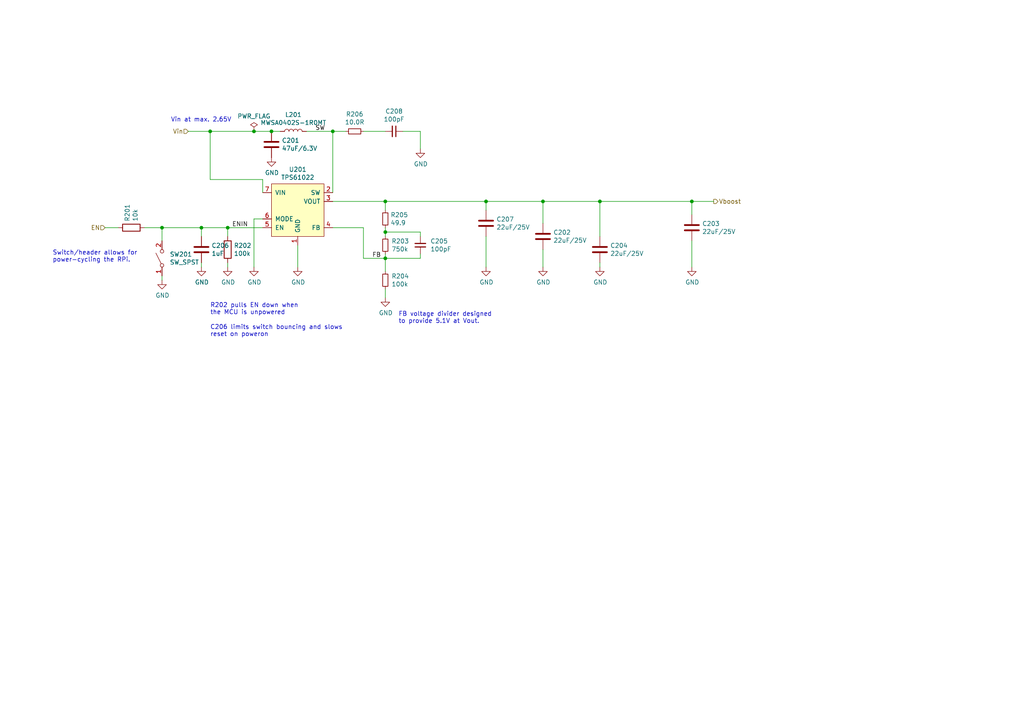
<source format=kicad_sch>
(kicad_sch (version 20210621) (generator eeschema)
  (paper "A4")
  (title_block (title "Sailor Hat for Raspberry Pi") (date "2021-08-19") (rev "v1.0.1") (company "Hat Labs Ltd") (comment 1 "https://creativecommons.org/licenses/by/4.0") (comment 2 "To view a copy of this license, visit ") (comment 3 "Sailor Hat for Raspberry Pi is licensed under CC BY 4.0."))
  (lib_symbols
    (symbol "Device:C" (pin_numbers hide) (pin_names (offset 0.254))
      (property "Reference" "C" (at 0.635 2.54 0))
      (property "Value" "C" (at 0.635 -2.54 0))
      (symbol "C_0_1"
        (polyline (pts (xy -2.032 -0.762) (xy 2.032 -0.762)) (stroke (width 0.508)))
        (polyline (pts (xy -2.032 0.762) (xy 2.032 0.762)) (stroke (width 0.508)))
      )
      (symbol "C_1_1"
        (pin passive line (at 0 3.81 270) (length 2.794) (name "~") (number "1"))
        (pin passive line (at 0 -3.81 90) (length 2.794) (name "~") (number "2"))
      )
    )
    (symbol "Device:C_Small" (pin_numbers hide) (pin_names (offset 0.254) hide)
      (property "Reference" "C" (at 0.254 1.778 0))
      (property "Value" "C_Small" (at 0.254 -2.032 0))
      (symbol "C_Small_0_1"
        (polyline (pts (xy -1.524 -0.508) (xy 1.524 -0.508)) (stroke (width 0.3302)))
        (polyline (pts (xy -1.524 0.508) (xy 1.524 0.508)) (stroke (width 0.3048)))
      )
      (symbol "C_Small_1_1"
        (pin passive line (at 0 2.54 270) (length 2.032) (name "~") (number "1"))
        (pin passive line (at 0 -2.54 90) (length 2.032) (name "~") (number "2"))
      )
    )
    (symbol "Device:L" (pin_numbers hide) (pin_names (offset 1.016) hide)
      (property "Reference" "L" (at -1.27 0 90))
      (property "Value" "L" (at 1.905 0 90))
      (symbol "L_0_1"
        (arc (start 0 -2.54) (mid 0.635 -1.905) (end 0 -1.27))
        (arc (start 0 -1.27) (mid 0.635 -0.635) (end 0 0))
        (arc (start 0 0) (mid 0.635 0.635) (end 0 1.27))
        (arc (start 0 1.27) (mid 0.635 1.905) (end 0 2.54))
      )
      (symbol "L_1_1"
        (pin passive line (at 0 3.81 270) (length 1.27) (name "1") (number "1"))
        (pin passive line (at 0 -3.81 90) (length 1.27) (name "2") (number "2"))
      )
    )
    (symbol "Device:R" (pin_numbers hide) (pin_names (offset 0))
      (property "Reference" "R" (at 2.032 0 90))
      (property "Value" "R" (at 0 0 90))
      (symbol "R_0_1"
        (rectangle (start -1.016 -2.54) (end 1.016 2.54) (stroke (width 0.254)))
      )
      (symbol "R_1_1"
        (pin passive line (at 0 3.81 270) (length 1.27) (name "~") (number "1"))
        (pin passive line (at 0 -3.81 90) (length 1.27) (name "~") (number "2"))
      )
    )
    (symbol "Device:R_Small" (pin_numbers hide) (pin_names (offset 0.254) hide)
      (property "Reference" "R" (at 0.762 0.508 0))
      (property "Value" "R_Small" (at 0.762 -1.016 0))
      (symbol "R_Small_0_1"
        (rectangle (start -0.762 1.778) (end 0.762 -1.778) (stroke (width 0.2032)))
      )
      (symbol "R_Small_1_1"
        (pin passive line (at 0 2.54 270) (length 0.762) (name "~") (number "1"))
        (pin passive line (at 0 -2.54 90) (length 0.762) (name "~") (number "2"))
      )
    )
    (symbol "SH-RPi:TPS61022" (pin_names (offset 1.016))
      (property "Reference" "U" (at -7.62 8.89 0))
      (property "Value" "TPS61022" (at 3.81 8.89 0))
      (symbol "TPS61022_0_1"
        (rectangle (start -7.62 7.62) (end 7.62 -7.62) (fill (type background)))
      )
      (symbol "TPS61022_1_1"
        (pin power_in line (at 0 -10.16 90) (length 2.54) (name "GND") (number "1"))
        (pin power_out line (at 10.16 5.08 180) (length 2.54) (name "SW") (number "2"))
        (pin power_out line (at 10.16 2.54 180) (length 2.54) (name "VOUT") (number "3"))
        (pin input line (at 10.16 -5.08 180) (length 2.54) (name "FB") (number "4"))
        (pin input line (at -10.16 -5.08 0) (length 2.54) (name "EN") (number "5"))
        (pin input line (at -10.16 -2.54 0) (length 2.54) (name "MODE") (number "6"))
        (pin power_in line (at -10.16 5.08 0) (length 2.54) (name "VIN") (number "7"))
      )
    )
    (symbol "Switch:SW_SPST" (pin_names (offset 0) hide)
      (property "Reference" "SW" (at 0 3.175 0))
      (property "Value" "SW_SPST" (at 0 -2.54 0))
      (symbol "SW_SPST_0_0"
        (circle (center -2.032 0) (radius 0.508))
        (polyline (pts (xy -1.524 0.254) (xy 1.524 1.778)))
        (circle (center 2.032 0) (radius 0.508))
      )
      (symbol "SW_SPST_1_1"
        (pin passive line (at -5.08 0 0) (length 2.54) (name "A") (number "1"))
        (pin passive line (at 5.08 0 180) (length 2.54) (name "B") (number "2"))
      )
    )
    (symbol "power:GND" (power) (pin_names (offset 0))
      (property "Value" "GND" (at 0 -3.81 0))
      (symbol "GND_0_1"
        (polyline (pts (xy 0 0) (xy 0 -1.27) (xy 1.27 -1.27) (xy 0 -2.54) (xy -1.27 -1.27) (xy 0 -1.27)))
      )
      (symbol "GND_1_1"
        (pin power_in line (at 0 0 270) (length 0) hide (name "GND") (number "1"))
      )
    )
    (symbol "power:PWR_FLAG" (power) (pin_numbers hide) (pin_names (offset 0) hide)
      (property "Value" "PWR_FLAG" (at 0 3.81 0))
      (symbol "PWR_FLAG_0_0"
        (pin power_out line (at 0 0 90) (length 0) (name "pwr") (number "1"))
      )
      (symbol "PWR_FLAG_0_1"
        (polyline (pts (xy 0 0) (xy 0 1.27) (xy -1.016 1.905) (xy 0 2.54) (xy 1.016 1.905) (xy 0 1.27)))
      )
    )
  )
  (junction (at 46.99 66.04))
  (junction (at 58.42 66.04))
  (junction (at 60.96 38.1))
  (junction (at 66.04 66.04))
  (junction (at 73.66 38.1))
  (junction (at 78.74 38.1))
  (junction (at 96.52 38.1))
  (junction (at 111.76 58.42))
  (junction (at 111.76 67.31))
  (junction (at 111.76 74.93))
  (junction (at 140.97 58.42))
  (junction (at 157.48 58.42))
  (junction (at 173.99 58.42))
  (junction (at 200.66 58.42))
  (wire (pts (xy 30.48 66.04) (xy 34.29 66.04)))
  (wire (pts (xy 41.91 66.04) (xy 46.99 66.04)))
  (wire (pts (xy 46.99 66.04) (xy 58.42 66.04)))
  (wire (pts (xy 46.99 69.85) (xy 46.99 66.04)))
  (wire (pts (xy 46.99 81.28) (xy 46.99 80.01)))
  (wire (pts (xy 54.61 38.1) (xy 60.96 38.1)))
  (wire (pts (xy 58.42 66.04) (xy 66.04 66.04)))
  (wire (pts (xy 58.42 68.58) (xy 58.42 66.04)))
  (wire (pts (xy 58.42 77.47) (xy 58.42 76.2)))
  (wire (pts (xy 60.96 38.1) (xy 60.96 52.07)))
  (wire (pts (xy 60.96 38.1) (xy 73.66 38.1)))
  (wire (pts (xy 60.96 52.07) (xy 76.2 52.07)))
  (wire (pts (xy 66.04 66.04) (xy 76.2 66.04)))
  (wire (pts (xy 66.04 68.58) (xy 66.04 66.04)))
  (wire (pts (xy 66.04 76.2) (xy 66.04 77.47)))
  (wire (pts (xy 73.66 38.1) (xy 78.74 38.1)))
  (wire (pts (xy 73.66 63.5) (xy 76.2 63.5)))
  (wire (pts (xy 73.66 77.47) (xy 73.66 63.5)))
  (wire (pts (xy 76.2 52.07) (xy 76.2 55.88)))
  (wire (pts (xy 78.74 38.1) (xy 81.28 38.1)))
  (wire (pts (xy 86.36 77.47) (xy 86.36 71.12)))
  (wire (pts (xy 96.52 38.1) (xy 88.9 38.1)))
  (wire (pts (xy 96.52 38.1) (xy 96.52 55.88)))
  (wire (pts (xy 96.52 58.42) (xy 111.76 58.42)))
  (wire (pts (xy 100.33 38.1) (xy 96.52 38.1)))
  (wire (pts (xy 105.41 66.04) (xy 96.52 66.04)))
  (wire (pts (xy 105.41 74.93) (xy 105.41 66.04)))
  (wire (pts (xy 105.41 74.93) (xy 111.76 74.93)))
  (wire (pts (xy 111.76 38.1) (xy 105.41 38.1)))
  (wire (pts (xy 111.76 58.42) (xy 140.97 58.42)))
  (wire (pts (xy 111.76 60.96) (xy 111.76 58.42)))
  (wire (pts (xy 111.76 67.31) (xy 111.76 66.04)))
  (wire (pts (xy 111.76 68.58) (xy 111.76 67.31)))
  (wire (pts (xy 111.76 74.93) (xy 111.76 73.66)))
  (wire (pts (xy 111.76 74.93) (xy 111.76 78.74)))
  (wire (pts (xy 111.76 83.82) (xy 111.76 86.36)))
  (wire (pts (xy 121.92 38.1) (xy 116.84 38.1)))
  (wire (pts (xy 121.92 43.18) (xy 121.92 38.1)))
  (wire (pts (xy 121.92 67.31) (xy 111.76 67.31)))
  (wire (pts (xy 121.92 68.58) (xy 121.92 67.31)))
  (wire (pts (xy 121.92 73.66) (xy 121.92 74.93)))
  (wire (pts (xy 121.92 74.93) (xy 111.76 74.93)))
  (wire (pts (xy 140.97 58.42) (xy 157.48 58.42)))
  (wire (pts (xy 140.97 60.96) (xy 140.97 58.42)))
  (wire (pts (xy 140.97 68.58) (xy 140.97 77.47)))
  (wire (pts (xy 157.48 58.42) (xy 173.99 58.42)))
  (wire (pts (xy 157.48 64.77) (xy 157.48 58.42)))
  (wire (pts (xy 157.48 77.47) (xy 157.48 72.39)))
  (wire (pts (xy 173.99 58.42) (xy 200.66 58.42)))
  (wire (pts (xy 173.99 68.58) (xy 173.99 58.42)))
  (wire (pts (xy 173.99 76.2) (xy 173.99 77.47)))
  (wire (pts (xy 200.66 58.42) (xy 207.01 58.42)))
  (wire (pts (xy 200.66 62.23) (xy 200.66 58.42)))
  (wire (pts (xy 200.66 69.85) (xy 200.66 77.47)))
  (text "Switch/header allows for\npower-cycling the RPi." (at 15.24 76.2 0) (effects (font (size 1.27 1.27)) (justify left bottom)))
  (text "Vin at max. 2.65V" (at 49.53 35.56 0) (effects (font (size 1.27 1.27)) (justify left bottom)))
  (text "R202 pulls EN down when\nthe MCU is unpowered" (at 60.96 91.44 0) (effects (font (size 1.27 1.27)) (justify left bottom)))
  (text "C206 limits switch bouncing and slows\nreset on poweron" (at 60.96 97.79 0) (effects (font (size 1.27 1.27)) (justify left bottom)))
  (text "FB voltage divider designed\nto provide 5.1V at Vout." (at 115.57 93.98 0) (effects (font (size 1.27 1.27)) (justify left bottom)))
  (label "ENIN" (at 67.31 66.04 0))
  (label "SW" (at 91.44 38.1 0))
  (label "FB" (at 107.95 74.93 0))
  (hierarchical_label "EN" (shape input) (at 30.48 66.04 180))
  (hierarchical_label "Vin" (shape input) (at 54.61 38.1 180))
  (hierarchical_label "Vboost" (shape output) (at 207.01 58.42 0))
  (symbol (lib_id "power:PWR_FLAG") (at 73.66 38.1 0) (unit 1)
    (property "Reference" "#FLG0201" (effects hide))
    (property "Value" "PWR_FLAG" (at 73.66 33.7058 0))
  )
  (symbol (lib_id "power:GND") (at 46.99 81.28 0)
    (property "Reference" "#PWR0201" (effects hide))
    (property "Value" "GND" (at 47.117 85.6742 0))
  )
  (symbol (lib_id "power:GND") (at 58.42 77.47 0)
    (property "Reference" "#PWR0210" (effects hide))
    (property "Value" "GND" (at 58.547 81.8642 0))
  )
  (symbol (lib_id "power:GND") (at 66.04 77.47 0)
    (property "Reference" "#PWR0202" (effects hide))
    (property "Value" "GND" (at 66.167 81.8642 0))
  )
  (symbol (lib_id "power:GND") (at 73.66 77.47 0)
    (property "Reference" "#PWR0203" (effects hide))
    (property "Value" "GND" (at 73.787 81.8642 0))
  )
  (symbol (lib_id "power:GND") (at 78.74 45.72 0)
    (property "Reference" "#PWR0204" (effects hide))
    (property "Value" "GND" (at 78.867 50.1142 0))
  )
  (symbol (lib_id "power:GND") (at 86.36 77.47 0)
    (property "Reference" "#PWR0205" (effects hide))
    (property "Value" "GND" (at 86.487 81.8642 0))
  )
  (symbol (lib_id "power:GND") (at 111.76 86.36 0)
    (property "Reference" "#PWR0206" (effects hide))
    (property "Value" "GND" (at 111.887 90.7542 0))
  )
  (symbol (lib_id "power:GND") (at 121.92 43.18 0)
    (property "Reference" "#PWR0211" (effects hide))
    (property "Value" "GND" (at 122.047 47.5742 0))
  )
  (symbol (lib_id "power:GND") (at 140.97 77.47 0)
    (property "Reference" "#PWR0101" (effects hide))
    (property "Value" "GND" (at 141.097 81.8642 0))
  )
  (symbol (lib_id "power:GND") (at 157.48 77.47 0)
    (property "Reference" "#PWR0207" (effects hide))
    (property "Value" "GND" (at 157.607 81.8642 0))
  )
  (symbol (lib_id "power:GND") (at 173.99 77.47 0)
    (property "Reference" "#PWR0209" (effects hide))
    (property "Value" "GND" (at 174.117 81.8642 0))
  )
  (symbol (lib_id "power:GND") (at 200.66 77.47 0)
    (property "Reference" "#PWR0208" (effects hide))
    (property "Value" "GND" (at 200.787 81.8642 0))
  )
  (symbol (lib_id "Device:L") (at 85.09 38.1 90)
    (property "Reference" "L201" (at 85.09 33.274 90))
    (property "Value" "MWSA0402S-1R0MT" (at 85.09 35.5854 90))
    (property "Footprint" "SH-RPi:L_MWSA0402" (effects hide))
    (property "LCSC" "C408332" (effects hide))
  )
  (symbol (lib_id "Device:R_Small") (at 102.87 38.1 270) (unit 1)
    (property "Reference" "R206" (at 102.87 33.1216 90))
    (property "Value" "10.0R" (at 102.87 35.433 90))
    (property "Footprint" "Resistor_SMD:R_0402_1005Metric" (effects hide))
    (property "LCSC" "C25077" (effects hide))
  )
  (symbol (lib_id "Device:R_Small") (at 111.76 63.5 0) (unit 1)
    (property "Reference" "R205" (at 113.2586 62.3316 0) (effects (justify left)))
    (property "Value" "49.9" (at 113.2586 64.643 0) (effects (justify left)))
    (property "Footprint" "Resistor_SMD:R_0402_1005Metric" (effects hide))
    (property "LCSC" "C25120" (effects hide))
  )
  (symbol (lib_id "Device:R_Small") (at 111.76 71.12 0)
    (property "Reference" "R203" (at 113.538 69.9516 0) (effects (justify left)))
    (property "Value" "750k" (at 113.538 72.263 0) (effects (justify left)))
    (property "Footprint" "Resistor_SMD:R_0402_1005Metric" (effects hide))
    (property "LCSC" "C122545" (effects hide))
  )
  (symbol (lib_id "Device:R_Small") (at 111.76 81.28 0)
    (property "Reference" "R204" (at 113.538 80.1116 0) (effects (justify left)))
    (property "Value" "100k" (at 113.538 82.423 0) (effects (justify left)))
    (property "Footprint" "Resistor_SMD:R_0402_1005Metric" (effects hide))
    (property "LCSC" "C25741" (effects hide))
  )
  (symbol (lib_id "Device:C_Small") (at 114.3 38.1 270) (unit 1)
    (property "Reference" "C208" (at 114.3 32.2834 90))
    (property "Value" "100pF" (at 114.3 34.5948 90))
    (property "Footprint" "Capacitor_SMD:C_0402_1005Metric" (effects hide))
    (property "LCSC" "C1546" (effects hide))
  )
  (symbol (lib_id "Device:C_Small") (at 121.92 71.12 180) (unit 1)
    (property "Reference" "C205" (at 124.8156 69.9516 0) (effects (justify right)))
    (property "Value" "100pF" (at 124.8156 72.263 0) (effects (justify right)))
    (property "Footprint" "Capacitor_SMD:C_0402_1005Metric" (effects hide))
    (property "LCSC" "C1546" (effects hide))
  )
  (symbol (lib_id "Device:R") (at 38.1 66.04 90)
    (property "Reference" "R201" (at 36.9316 64.262 0) (effects (justify left)))
    (property "Value" "10k" (at 39.243 64.262 0) (effects (justify left)))
    (property "Footprint" "Resistor_SMD:R_0402_1005Metric" (effects hide))
    (property "LCSC" "C25744" (effects hide))
  )
  (symbol (lib_id "Device:R") (at 66.04 72.39 0)
    (property "Reference" "R202" (at 67.818 71.2216 0) (effects (justify left)))
    (property "Value" "100k" (at 67.818 73.533 0) (effects (justify left)))
    (property "Footprint" "Resistor_SMD:R_0402_1005Metric" (effects hide))
    (property "LCSC" "C25741" (effects hide))
  )
  (symbol (lib_id "Switch:SW_SPST") (at 46.99 74.93 90) (unit 1)
    (property "Reference" "SW201" (at 49.2252 73.7616 90) (effects (justify right)))
    (property "Value" "SW_SPST" (at 49.2252 76.073 90) (effects (justify right)))
    (property "Footprint" "Connector_PinHeader_2.54mm:PinHeader_1x02_P2.54mm_Vertical" (effects hide))
    (property "LCSC" "C492401" (effects hide))
  )
  (symbol (lib_id "Device:C") (at 58.42 72.39 0) (unit 1)
    (property "Reference" "C206" (at 61.341 71.2216 0) (effects (justify left)))
    (property "Value" "1uF" (at 61.341 73.533 0) (effects (justify left)))
    (property "Footprint" "Capacitor_SMD:C_0402_1005Metric" (effects hide))
    (property "LCSC" "C52923" (effects hide))
  )
  (symbol (lib_id "Device:C") (at 78.74 41.91 0)
    (property "Reference" "C201" (at 81.7372 40.7416 0) (effects (justify left)))
    (property "Value" "47uF/6.3V" (at 81.7372 43.053 0) (effects (justify left)))
    (property "Footprint" "Capacitor_SMD:C_0805_2012Metric" (effects hide))
    (property "LCSC" "C16780" (effects hide))
  )
  (symbol (lib_id "Device:C") (at 140.97 64.77 0)
    (property "Reference" "C207" (at 143.9672 63.6016 0) (effects (justify left)))
    (property "Value" "22uF/25V" (at 143.9672 65.913 0) (effects (justify left)))
    (property "Footprint" "Capacitor_SMD:C_0805_2012Metric" (effects hide))
    (property "LCSC" "C45783" (effects hide))
  )
  (symbol (lib_id "Device:C") (at 157.48 68.58 0)
    (property "Reference" "C202" (at 160.4772 67.4116 0) (effects (justify left)))
    (property "Value" "22uF/25V" (at 160.4772 69.723 0) (effects (justify left)))
    (property "Footprint" "Capacitor_SMD:C_0805_2012Metric" (effects hide))
    (property "LCSC" "C45783" (effects hide))
  )
  (symbol (lib_id "Device:C") (at 173.99 72.39 0)
    (property "Reference" "C204" (at 176.9872 71.2216 0) (effects (justify left)))
    (property "Value" "22uF/25V" (at 176.9872 73.533 0) (effects (justify left)))
    (property "Footprint" "Capacitor_SMD:C_0805_2012Metric" (effects hide))
    (property "LCSC" "C45783" (effects hide))
  )
  (symbol (lib_id "Device:C") (at 200.66 66.04 0)
    (property "Reference" "C203" (at 203.6572 64.8716 0) (effects (justify left)))
    (property "Value" "22uF/25V" (at 203.6572 67.183 0) (effects (justify left)))
    (property "Footprint" "Capacitor_SMD:C_0805_2012Metric" (effects hide))
    (property "LCSC" "C45783" (effects hide))
  )
  (symbol (lib_id "SH-RPi:TPS61022") (at 86.36 60.96 0) (unit 1)
    (property "Reference" "U201" (at 86.36 49.149 0))
    (property "Value" "TPS61022" (at 86.36 51.4604 0))
    (property "Footprint" "SH-RPi:TPS61022RWUR" (effects hide))
    (property "Mouser" "595-TPS61022RWUR" (effects hide))
    (property "LCSC" "C915088" (effects hide))
  )
)
</source>
